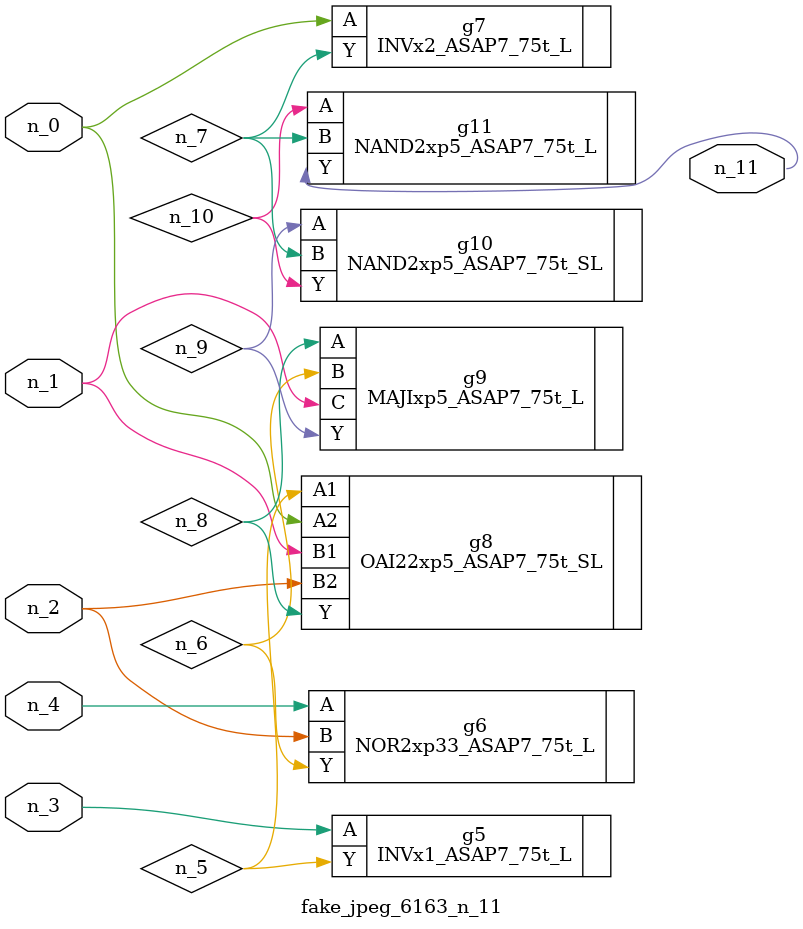
<source format=v>
module fake_jpeg_6163_n_11 (n_3, n_2, n_1, n_0, n_4, n_11);

input n_3;
input n_2;
input n_1;
input n_0;
input n_4;

output n_11;

wire n_10;
wire n_8;
wire n_9;
wire n_6;
wire n_5;
wire n_7;

INVx1_ASAP7_75t_L g5 ( 
.A(n_3),
.Y(n_5)
);

NOR2xp33_ASAP7_75t_L g6 ( 
.A(n_4),
.B(n_2),
.Y(n_6)
);

INVx2_ASAP7_75t_L g7 ( 
.A(n_0),
.Y(n_7)
);

OAI22xp5_ASAP7_75t_SL g8 ( 
.A1(n_5),
.A2(n_0),
.B1(n_1),
.B2(n_2),
.Y(n_8)
);

MAJIxp5_ASAP7_75t_L g9 ( 
.A(n_8),
.B(n_6),
.C(n_1),
.Y(n_9)
);

NAND2xp5_ASAP7_75t_SL g10 ( 
.A(n_9),
.B(n_7),
.Y(n_10)
);

NAND2xp5_ASAP7_75t_L g11 ( 
.A(n_10),
.B(n_7),
.Y(n_11)
);


endmodule
</source>
